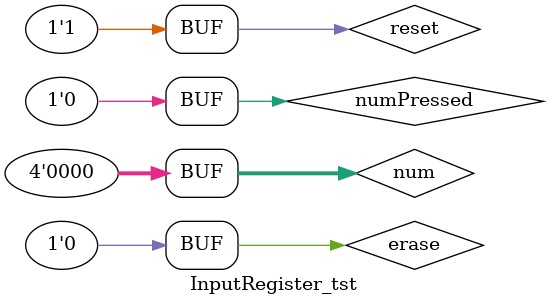
<source format=v>
`timescale 1 ns/ 1 ps
module InputRegister_tst();

	parameter period = 10;

	reg       reset;
	reg       erase;
	reg [3:0] num;
	reg       numPressed;
	wire[3:0] num1;
	wire[3:0] num2;
	wire[3:0] num3;
	wire[15:0]value;

	InputRegister inst1 (
		.reset(reset),
		.erase(erase),
		.num(num),
		.numPressed(numPressed),
		.num1(num1),
		.num2(num2),
		.num3(num3),
		.value(value)
	);

	initial begin
		reset = 0;
		erase = 1;
		num   = 0;
		numPressed = 0;
		# period;
		reset = 1; erase = 0;
		# period;
		num = 5;
		numPressed = 1;
		# period;
		num = 0;
		numPressed = 0;
		# period;
		num = 9;
		numPressed = 1;
		# period;
		num = 0;
		numPressed = 0;
		# period;
		num = 8;
		numPressed = 1;
		# period;
		num = 0;
		numPressed = 0;
		# period;
		num = 3;
		numPressed = 1;
		# period;
		num = 0;
		numPressed = 0;
	end

endmodule

</source>
